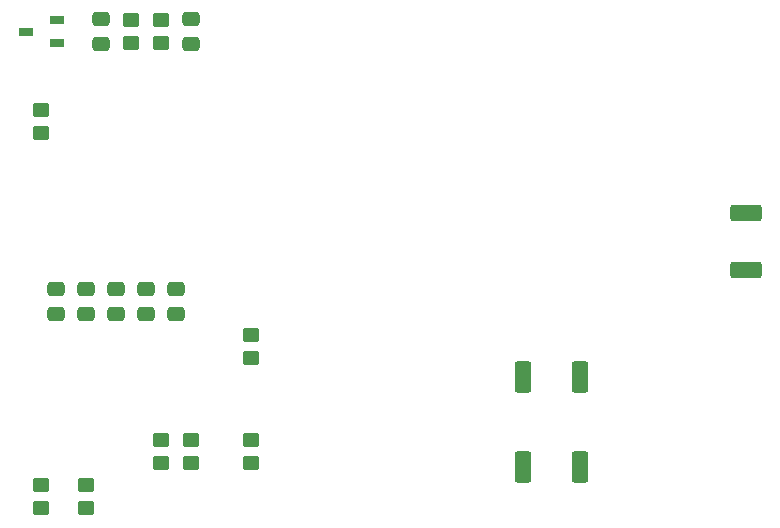
<source format=gbr>
%TF.GenerationSoftware,KiCad,Pcbnew,(6.0.6)*%
%TF.CreationDate,2022-08-31T19:42:32-05:00*%
%TF.ProjectId,Lavadora,4c617661-646f-4726-912e-6b696361645f,rev?*%
%TF.SameCoordinates,Original*%
%TF.FileFunction,Paste,Bot*%
%TF.FilePolarity,Positive*%
%FSLAX46Y46*%
G04 Gerber Fmt 4.6, Leading zero omitted, Abs format (unit mm)*
G04 Created by KiCad (PCBNEW (6.0.6)) date 2022-08-31 19:42:32*
%MOMM*%
%LPD*%
G01*
G04 APERTURE LIST*
G04 Aperture macros list*
%AMRoundRect*
0 Rectangle with rounded corners*
0 $1 Rounding radius*
0 $2 $3 $4 $5 $6 $7 $8 $9 X,Y pos of 4 corners*
0 Add a 4 corners polygon primitive as box body*
4,1,4,$2,$3,$4,$5,$6,$7,$8,$9,$2,$3,0*
0 Add four circle primitives for the rounded corners*
1,1,$1+$1,$2,$3*
1,1,$1+$1,$4,$5*
1,1,$1+$1,$6,$7*
1,1,$1+$1,$8,$9*
0 Add four rect primitives between the rounded corners*
20,1,$1+$1,$2,$3,$4,$5,0*
20,1,$1+$1,$4,$5,$6,$7,0*
20,1,$1+$1,$6,$7,$8,$9,0*
20,1,$1+$1,$8,$9,$2,$3,0*%
G04 Aperture macros list end*
%ADD10RoundRect,0.249999X-1.075001X0.450001X-1.075001X-0.450001X1.075001X-0.450001X1.075001X0.450001X0*%
%ADD11RoundRect,0.249999X0.450001X1.075001X-0.450001X1.075001X-0.450001X-1.075001X0.450001X-1.075001X0*%
%ADD12RoundRect,0.250000X0.475000X-0.337500X0.475000X0.337500X-0.475000X0.337500X-0.475000X-0.337500X0*%
%ADD13R,1.220000X0.650000*%
%ADD14RoundRect,0.250000X0.450000X-0.350000X0.450000X0.350000X-0.450000X0.350000X-0.450000X-0.350000X0*%
G04 APERTURE END LIST*
D10*
%TO.C,R04*%
X64770000Y-25260000D03*
X64770000Y-20460000D03*
%TD*%
D11*
%TO.C,R13*%
X50660000Y-41910000D03*
X45860000Y-41910000D03*
%TD*%
%TO.C,R08*%
X45860000Y-34290000D03*
X50660000Y-34290000D03*
%TD*%
D12*
%TO.C,C02*%
X10160000Y-6117500D03*
X10160000Y-4042500D03*
%TD*%
%TO.C,C03*%
X17780000Y-6117500D03*
X17780000Y-4042500D03*
%TD*%
%TO.C,C07*%
X13970000Y-28977500D03*
X13970000Y-26902500D03*
%TD*%
D13*
%TO.C,Q01*%
X6390000Y-4130000D03*
X6390000Y-6030000D03*
X3770000Y-5080000D03*
%TD*%
D14*
%TO.C,R16*%
X15240000Y-41640000D03*
X15240000Y-39640000D03*
%TD*%
D12*
%TO.C,C01*%
X16510000Y-28977500D03*
X16510000Y-26902500D03*
%TD*%
%TO.C,C04*%
X6350000Y-28977500D03*
X6350000Y-26902500D03*
%TD*%
D14*
%TO.C,R14*%
X17780000Y-41640000D03*
X17780000Y-39640000D03*
%TD*%
%TO.C,R12*%
X22860000Y-41640000D03*
X22860000Y-39640000D03*
%TD*%
%TO.C,R07*%
X5080000Y-11700000D03*
X5080000Y-13700000D03*
%TD*%
D12*
%TO.C,C05*%
X11430000Y-28977500D03*
X11430000Y-26902500D03*
%TD*%
D14*
%TO.C,R09*%
X12700000Y-6080000D03*
X12700000Y-4080000D03*
%TD*%
%TO.C,R15*%
X5080000Y-45450000D03*
X5080000Y-43450000D03*
%TD*%
%TO.C,R10*%
X15240000Y-6080000D03*
X15240000Y-4080000D03*
%TD*%
%TO.C,R17*%
X8890000Y-45450000D03*
X8890000Y-43450000D03*
%TD*%
D12*
%TO.C,C06*%
X8890000Y-28977500D03*
X8890000Y-26902500D03*
%TD*%
D14*
%TO.C,R05*%
X22860000Y-32750000D03*
X22860000Y-30750000D03*
%TD*%
M02*

</source>
